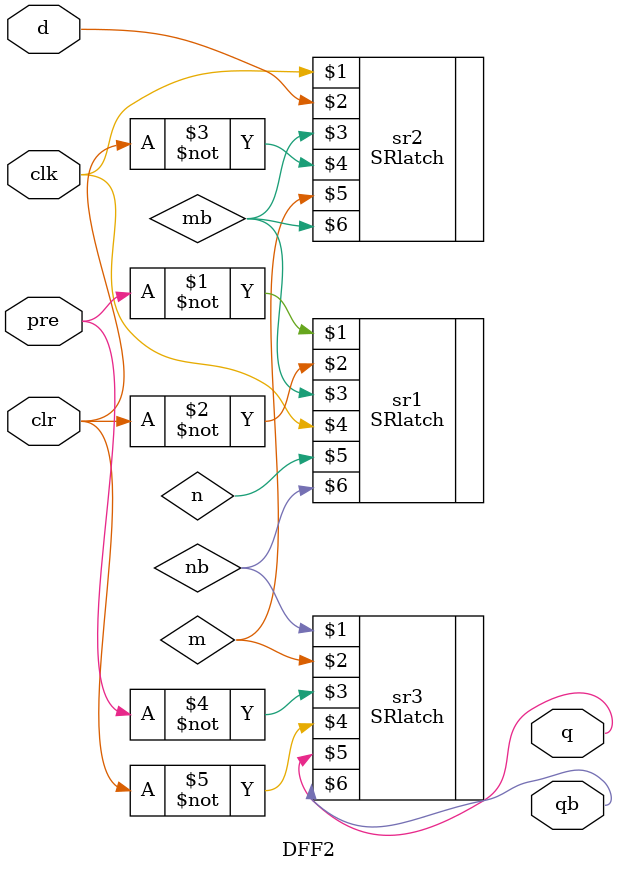
<source format=v>
`timescale 1ns/1ns
module DFF2(input pre,clr,clk,d, output q ,qb);
    SRlatch sr1(~pre,~clr,mb,clk,n,nb);
    SRlatch sr2(clk,d,mb,~clr,m,mb);
    SRlatch sr3(nb,m,~pre,~clr,q,qb);
endmodule
</source>
